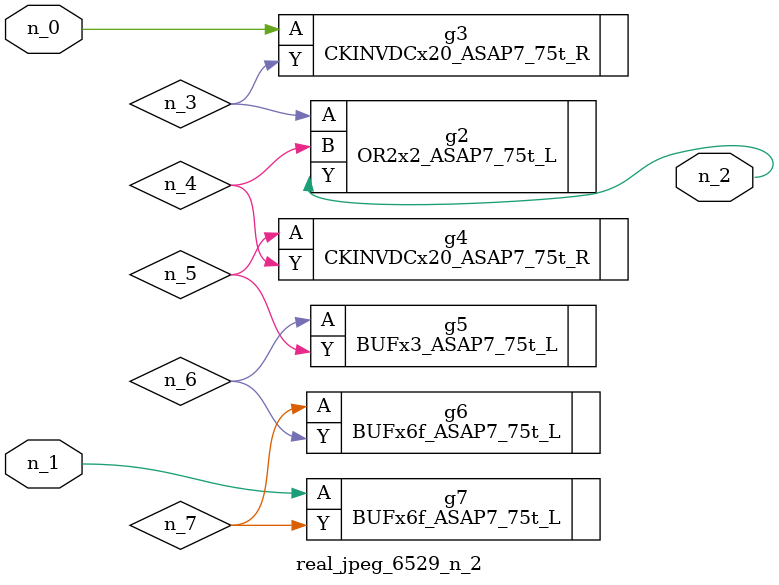
<source format=v>
module real_jpeg_6529_n_2 (n_1, n_0, n_2);

input n_1;
input n_0;

output n_2;

wire n_5;
wire n_4;
wire n_6;
wire n_7;
wire n_3;

CKINVDCx20_ASAP7_75t_R g3 ( 
.A(n_0),
.Y(n_3)
);

BUFx6f_ASAP7_75t_L g7 ( 
.A(n_1),
.Y(n_7)
);

OR2x2_ASAP7_75t_L g2 ( 
.A(n_3),
.B(n_4),
.Y(n_2)
);

CKINVDCx20_ASAP7_75t_R g4 ( 
.A(n_5),
.Y(n_4)
);

BUFx3_ASAP7_75t_L g5 ( 
.A(n_6),
.Y(n_5)
);

BUFx6f_ASAP7_75t_L g6 ( 
.A(n_7),
.Y(n_6)
);


endmodule
</source>
